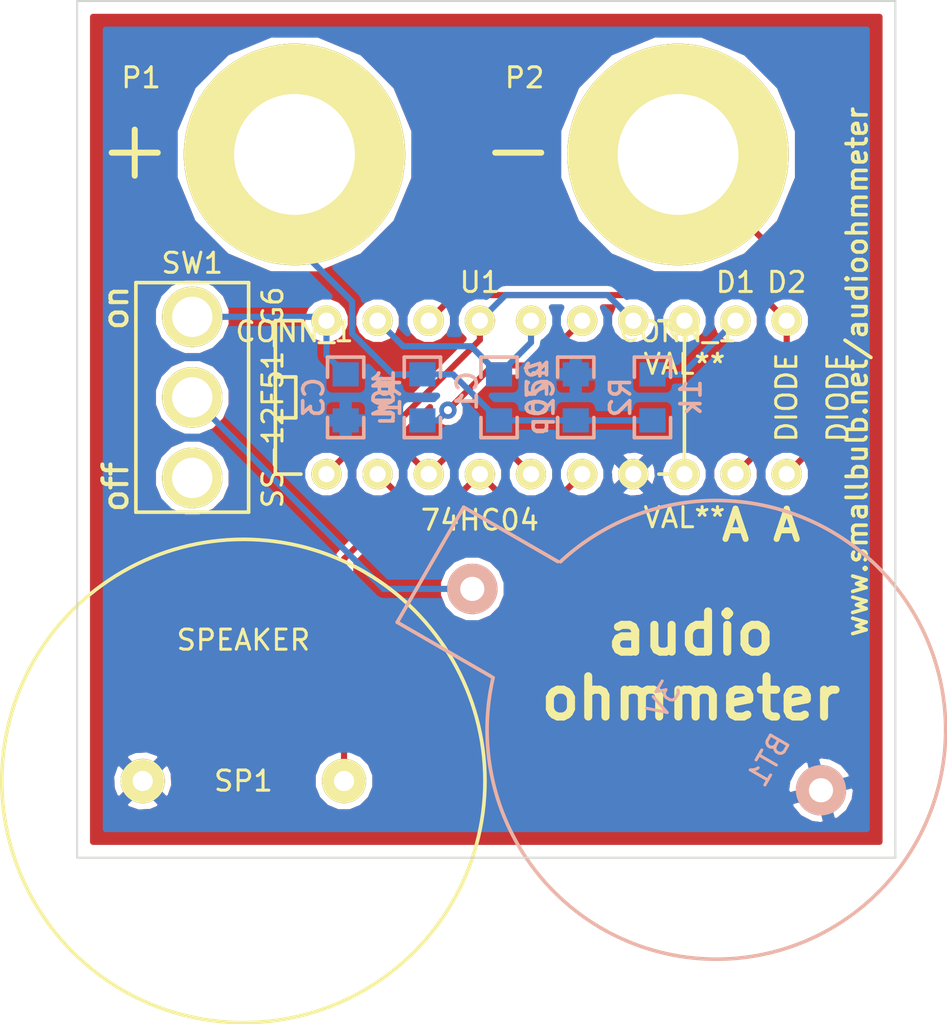
<source format=kicad_pcb>
(kicad_pcb (version 3) (host pcbnew "(2014-01-30 BZR 4648)-product")

  (general
    (links 25)
    (no_connects 0)
    (area 98.095199 55.829999 142.925001 107.009801)
    (thickness 1.6)
    (drawings 12)
    (tracks 56)
    (zones 0)
    (modules 15)
    (nets 12)
  )

  (page A4)
  (layers
    (15 F.Cu signal)
    (0 B.Cu signal)
    (16 B.Adhes user)
    (17 F.Adhes user)
    (18 B.Paste user)
    (19 F.Paste user)
    (20 B.SilkS user)
    (21 F.SilkS user)
    (22 B.Mask user)
    (23 F.Mask user)
    (24 Dwgs.User user)
    (25 Cmts.User user)
    (26 Eco1.User user)
    (27 Eco2.User user)
    (28 Edge.Cuts user)
  )

  (setup
    (last_trace_width 0.3048)
    (trace_clearance 0.3048)
    (zone_clearance 0.3048)
    (zone_45_only no)
    (trace_min 0.3048)
    (segment_width 0.2)
    (edge_width 0.1)
    (via_size 0.86)
    (via_drill 0.4)
    (via_min_size 0.86)
    (via_min_drill 0.4)
    (uvia_size 0.508)
    (uvia_drill 0.127)
    (uvias_allowed no)
    (uvia_min_size 0.508)
    (uvia_min_drill 0.127)
    (pcb_text_width 0.3)
    (pcb_text_size 1.5 1.5)
    (mod_edge_width 0.18)
    (mod_text_size 1 1)
    (mod_text_width 0.15)
    (pad_size 11 11)
    (pad_drill 6)
    (pad_to_mask_clearance 0)
    (aux_axis_origin 102.235 98.425)
    (visible_elements FFFEFF7F)
    (pcbplotparams
      (layerselection 3178497)
      (usegerberextensions false)
      (excludeedgelayer true)
      (linewidth 0.150000)
      (plotframeref false)
      (viasonmask false)
      (mode 1)
      (useauxorigin false)
      (hpglpennumber 1)
      (hpglpenspeed 20)
      (hpglpendiameter 15)
      (hpglpenoverlay 2)
      (psnegative false)
      (psa4output false)
      (plotreference true)
      (plotvalue true)
      (plotothertext true)
      (plotinvisibletext false)
      (padsonsilk false)
      (subtractmaskfromsilk false)
      (outputformat 5)
      (mirror false)
      (drillshape 1)
      (scaleselection 1)
      (outputdirectory /tmp))
  )

  (net 0 "")
  (net 1 GND)
  (net 2 "Net-(BT1-Pad1)")
  (net 3 "Net-(C1-Pad1)")
  (net 4 "Net-(C1-Pad2)")
  (net 5 "Net-(D1-Pad1)")
  (net 6 "Net-(D1-Pad2)")
  (net 7 "Net-(D2-Pad1)")
  (net 8 "Net-(R1-Pad1)")
  (net 9 "Net-(SP1-Pad1)")
  (net 10 "Net-(U1-Pad1)")
  (net 11 VCC)

  (net_class Default "This is the default net class."
    (clearance 0.3048)
    (trace_width 0.3048)
    (via_dia 0.86)
    (via_drill 0.4)
    (uvia_dia 0.508)
    (uvia_drill 0.127)
    (add_net "")
    (add_net GND)
    (add_net "Net-(BT1-Pad1)")
    (add_net "Net-(C1-Pad1)")
    (add_net "Net-(C1-Pad2)")
    (add_net "Net-(D1-Pad1)")
    (add_net "Net-(D1-Pad2)")
    (add_net "Net-(D2-Pad1)")
    (add_net "Net-(R1-Pad1)")
    (add_net "Net-(SP1-Pad1)")
    (add_net "Net-(U1-Pad1)")
    (add_net VCC)
  )

  (module ds:jack_banana_female (layer F.Cu) (tedit 530870A8) (tstamp 53086937)
    (at 113.03 63.5)
    (path /52F1618A)
    (fp_text reference P1 (at -7.62 -3.81) (layer F.SilkS)
      (effects (font (size 1 1) (thickness 0.15)))
    )
    (fp_text value CONN_1 (at 0 8.8) (layer F.SilkS)
      (effects (font (size 1 1) (thickness 0.15)))
    )
    (pad 1 thru_hole circle (at 0 0) (size 11 11) (drill 6) (layers *.Cu *.Mask F.SilkS)
      (net 4 "Net-(C1-Pad2)"))
  )

  (module ds:jack_banana_female (layer F.Cu) (tedit 530870AF) (tstamp 5308693D)
    (at 132.08 63.5)
    (path /52F1616E)
    (fp_text reference P2 (at -7.62 -3.81) (layer F.SilkS)
      (effects (font (size 1 1) (thickness 0.15)))
    )
    (fp_text value CONN_1 (at 0 8.8) (layer F.SilkS)
      (effects (font (size 1 1) (thickness 0.15)))
    )
    (pad 1 thru_hole circle (at 0 0) (size 11 11) (drill 6) (layers *.Cu *.Mask F.SilkS)
      (net 7 "Net-(D2-Pad1)"))
  )

  (module ds:switch_4mm (layer F.Cu) (tedit 530869F7) (tstamp 53086931)
    (at 107.95 75.565 90)
    (path /52F15DBB)
    (fp_text reference SW1 (at 6.6675 0 180) (layer F.SilkS)
      (effects (font (size 1 1) (thickness 0.15)))
    )
    (fp_text value SS-12F51-G6 (at 0 4 90) (layer F.SilkS)
      (effects (font (size 1 1) (thickness 0.15)))
    )
    (fp_line (start 5.7 2.8) (end -5.7 2.8) (layer F.SilkS) (width 0.18))
    (fp_line (start -5.7 -2.8) (end 5.7 -2.8) (layer F.SilkS) (width 0.18))
    (fp_line (start 5.7 -2.8) (end 5.7 2.8) (layer F.SilkS) (width 0.18))
    (fp_line (start -5.7 -2.8) (end -5.7 2.8) (layer F.SilkS) (width 0.18))
    (pad 1 thru_hole circle (at -4 0 90) (size 3 3) (drill 2) (layers *.Cu *.Mask F.SilkS))
    (pad 2 thru_hole circle (at 0 0 90) (size 3 3) (drill 2) (layers *.Cu *.Mask F.SilkS)
      (net 2 "Net-(BT1-Pad1)"))
    (pad 3 thru_hole circle (at 4 0 90) (size 3 3) (drill 2) (layers *.Cu *.Mask F.SilkS)
      (net 11 VCC))
  )

  (module ds:sm0805 (layer B.Cu) (tedit 53086D83) (tstamp 53066471)
    (at 127 75.565 90)
    (path /53064F1E)
    (attr smd)
    (fp_text reference C2 (at 0 -1.5875 90) (layer B.SilkS)
      (effects (font (size 1 1) (thickness 0.18)) (justify mirror))
    )
    (fp_text value 470p (at 0 -1.905 90) (layer B.SilkS)
      (effects (font (size 1 1) (thickness 0.18)) (justify mirror))
    )
    (fp_line (start 1 0.9) (end 2 0.9) (layer B.SilkS) (width 0.18))
    (fp_line (start 2 0.9) (end 2 -0.9) (layer B.SilkS) (width 0.18))
    (fp_line (start 2 -0.9) (end 1 -0.9) (layer B.SilkS) (width 0.18))
    (fp_line (start -1 0.9) (end -2 0.9) (layer B.SilkS) (width 0.18))
    (fp_line (start -2 0.9) (end -2 -0.9) (layer B.SilkS) (width 0.18))
    (fp_line (start -2 -0.9) (end -1 -0.9) (layer B.SilkS) (width 0.18))
    (pad 1 smd rect (at -1.143 0 90) (size 1.2 1.3) (layers B.Cu B.Paste B.Mask)
      (net 4 "Net-(C1-Pad2)"))
    (pad 2 smd rect (at 1.143 0 90) (size 1.2 1.3) (layers B.Cu B.Paste B.Mask)
      (net 1 GND))
    (model smd/chip_cms.wrl
      (at (xyz 0 0 0))
      (scale (xyz 0.1 0.1 0.1))
      (rotate (xyz 0 0 0))
    )
  )

  (module ds:2pin (layer F.Cu) (tedit 5307ABAA) (tstamp 53066477)
    (at 134.9375 75.565 90)
    (path /53064F4A)
    (fp_text reference D1 (at 5.715 0 180) (layer F.SilkS)
      (effects (font (size 1 1) (thickness 0.15)))
    )
    (fp_text value DIODE (at 0 2.54 90) (layer F.SilkS)
      (effects (font (size 1 1) (thickness 0.15)))
    )
    (pad 1 thru_hole circle (at -3.81 0 90) (size 1.5 1.5) (drill 0.8) (layers *.Cu *.Mask F.SilkS)
      (net 5 "Net-(D1-Pad1)"))
    (pad 2 thru_hole circle (at 3.81 0 90) (size 1.5 1.5) (drill 0.8) (layers *.Cu *.Mask F.SilkS)
      (net 6 "Net-(D1-Pad2)"))
  )

  (module ds:2pin (layer F.Cu) (tedit 5307ABB1) (tstamp 5306647D)
    (at 137.4775 75.565 90)
    (path /53064F7A)
    (fp_text reference D2 (at 5.715 0 180) (layer F.SilkS)
      (effects (font (size 1 1) (thickness 0.15)))
    )
    (fp_text value DIODE (at 0 2.54 90) (layer F.SilkS)
      (effects (font (size 1 1) (thickness 0.15)))
    )
    (pad 1 thru_hole circle (at -3.81 0 90) (size 1.5 1.5) (drill 0.8) (layers *.Cu *.Mask F.SilkS)
      (net 7 "Net-(D2-Pad1)"))
    (pad 2 thru_hole circle (at 3.81 0 90) (size 1.5 1.5) (drill 0.8) (layers *.Cu *.Mask F.SilkS)
      (net 5 "Net-(D1-Pad1)"))
  )

  (module ds:sm0805 (layer B.Cu) (tedit 53086D85) (tstamp 53066495)
    (at 119.38 75.565 90)
    (path /53064EF5)
    (attr smd)
    (fp_text reference R1 (at 0 -1.5875 90) (layer B.SilkS)
      (effects (font (size 1 1) (thickness 0.18)) (justify mirror))
    )
    (fp_text value 1M (at 0 -1.905 90) (layer B.SilkS)
      (effects (font (size 1 1) (thickness 0.18)) (justify mirror))
    )
    (fp_line (start 1 0.9) (end 2 0.9) (layer B.SilkS) (width 0.18))
    (fp_line (start 2 0.9) (end 2 -0.9) (layer B.SilkS) (width 0.18))
    (fp_line (start 2 -0.9) (end 1 -0.9) (layer B.SilkS) (width 0.18))
    (fp_line (start -1 0.9) (end -2 0.9) (layer B.SilkS) (width 0.18))
    (fp_line (start -2 0.9) (end -2 -0.9) (layer B.SilkS) (width 0.18))
    (fp_line (start -2 -0.9) (end -1 -0.9) (layer B.SilkS) (width 0.18))
    (pad 1 smd rect (at -1.143 0 90) (size 1.2 1.3) (layers B.Cu B.Paste B.Mask)
      (net 8 "Net-(R1-Pad1)"))
    (pad 2 smd rect (at 1.143 0 90) (size 1.2 1.3) (layers B.Cu B.Paste B.Mask)
      (net 4 "Net-(C1-Pad2)"))
    (model smd/chip_cms.wrl
      (at (xyz 0 0 0))
      (scale (xyz 0.1 0.1 0.1))
      (rotate (xyz 0 0 0))
    )
  )

  (module ds:sm0805 (layer B.Cu) (tedit 53086D78) (tstamp 530664A1)
    (at 130.81 75.565 270)
    (path /53064F3D)
    (attr smd)
    (fp_text reference R2 (at 0 1.5875 270) (layer B.SilkS)
      (effects (font (size 1 1) (thickness 0.18)) (justify mirror))
    )
    (fp_text value 1k (at 0 -1.905 270) (layer B.SilkS)
      (effects (font (size 1 1) (thickness 0.18)) (justify mirror))
    )
    (fp_line (start 1 0.9) (end 2 0.9) (layer B.SilkS) (width 0.18))
    (fp_line (start 2 0.9) (end 2 -0.9) (layer B.SilkS) (width 0.18))
    (fp_line (start 2 -0.9) (end 1 -0.9) (layer B.SilkS) (width 0.18))
    (fp_line (start -1 0.9) (end -2 0.9) (layer B.SilkS) (width 0.18))
    (fp_line (start -2 0.9) (end -2 -0.9) (layer B.SilkS) (width 0.18))
    (fp_line (start -2 -0.9) (end -1 -0.9) (layer B.SilkS) (width 0.18))
    (pad 1 smd rect (at -1.143 0 270) (size 1.2 1.3) (layers B.Cu B.Paste B.Mask)
      (net 6 "Net-(D1-Pad2)"))
    (pad 2 smd rect (at 1.143 0 270) (size 1.2 1.3) (layers B.Cu B.Paste B.Mask)
      (net 4 "Net-(C1-Pad2)"))
    (model smd/chip_cms.wrl
      (at (xyz 0 0 0))
      (scale (xyz 0.1 0.1 0.1))
      (rotate (xyz 0 0 0))
    )
  )

  (module ds:dip14 (layer F.Cu) (tedit 5307AB86) (tstamp 530664C8)
    (at 122.2375 75.565)
    (path /53064C69)
    (fp_text reference U1 (at 0 -5.715) (layer F.SilkS)
      (effects (font (size 1 1) (thickness 0.15)))
    )
    (fp_text value 74HC04 (at 0 6.096) (layer F.SilkS)
      (effects (font (size 1 1) (thickness 0.15)))
    )
    (fp_line (start -10.16 -1.016) (end -9.144 -1.016) (layer F.SilkS) (width 0.18))
    (fp_line (start -9.144 -1.016) (end -9.144 1.016) (layer F.SilkS) (width 0.18))
    (fp_line (start -9.144 1.016) (end -10.16 1.016) (layer F.SilkS) (width 0.18))
    (fp_line (start 8.89 -3.81) (end 10.16 -3.81) (layer F.SilkS) (width 0.18))
    (fp_line (start 10.16 -3.81) (end 10.16 3.81) (layer F.SilkS) (width 0.18))
    (fp_line (start 10.16 3.81) (end 8.89 3.81) (layer F.SilkS) (width 0.18))
    (fp_line (start -8.89 -3.81) (end -10.16 -3.81) (layer F.SilkS) (width 0.18))
    (fp_line (start -10.16 -3.81) (end -10.16 3.81) (layer F.SilkS) (width 0.18))
    (fp_line (start -10.16 3.81) (end -8.89 3.81) (layer F.SilkS) (width 0.18))
    (pad 11 thru_hole circle (at 0 -3.81) (size 1.5 1.5) (drill 0.8) (layers *.Cu *.Mask F.SilkS)
      (net 10 "Net-(U1-Pad1)"))
    (pad 12 thru_hole circle (at -2.54 -3.81) (size 1.5 1.5) (drill 0.8) (layers *.Cu *.Mask F.SilkS)
      (net 5 "Net-(D1-Pad1)"))
    (pad 13 thru_hole circle (at -5.08 -3.81) (size 1.5 1.5) (drill 0.8) (layers *.Cu *.Mask F.SilkS)
      (net 3 "Net-(C1-Pad1)"))
    (pad 14 thru_hole circle (at -7.62 -3.81) (size 1.5 1.5) (drill 0.8) (layers *.Cu *.Mask F.SilkS)
      (net 11 VCC))
    (pad 10 thru_hole circle (at 2.54 -3.81) (size 1.5 1.5) (drill 0.8) (layers *.Cu *.Mask F.SilkS)
      (net 3 "Net-(C1-Pad1)"))
    (pad 9 thru_hole circle (at 5.08 -3.81) (size 1.5 1.5) (drill 0.8) (layers *.Cu *.Mask F.SilkS)
      (net 8 "Net-(R1-Pad1)"))
    (pad 8 thru_hole circle (at 7.62 -3.81) (size 1.5 1.5) (drill 0.8) (layers *.Cu *.Mask F.SilkS)
      (net 10 "Net-(U1-Pad1)"))
    (pad 1 thru_hole circle (at -7.62 3.81) (size 1.5 1.5) (drill 0.8) (layers *.Cu *.Mask F.SilkS)
      (net 10 "Net-(U1-Pad1)"))
    (pad 2 thru_hole circle (at -5.08 3.81) (size 1.5 1.5) (drill 0.8) (layers *.Cu *.Mask F.SilkS)
      (net 9 "Net-(SP1-Pad1)"))
    (pad 3 thru_hole circle (at -2.54 3.81) (size 1.5 1.5) (drill 0.8) (layers *.Cu *.Mask F.SilkS)
      (net 10 "Net-(U1-Pad1)"))
    (pad 4 thru_hole circle (at 0 3.81) (size 1.5 1.5) (drill 0.8) (layers *.Cu *.Mask F.SilkS)
      (net 9 "Net-(SP1-Pad1)"))
    (pad 5 thru_hole circle (at 2.54 3.81) (size 1.5 1.5) (drill 0.8) (layers *.Cu *.Mask F.SilkS)
      (net 10 "Net-(U1-Pad1)"))
    (pad 6 thru_hole circle (at 5.08 3.81) (size 1.5 1.5) (drill 0.8) (layers *.Cu *.Mask F.SilkS)
      (net 9 "Net-(SP1-Pad1)"))
    (pad 7 thru_hole circle (at 7.62 3.81) (size 1.5 1.5) (drill 0.8) (layers *.Cu *.Mask F.SilkS)
      (net 1 GND))
  )

  (module ds:sm0805 (layer B.Cu) (tedit 5311DADB) (tstamp 5307A610)
    (at 123.19 75.565 270)
    (path /53064F07)
    (attr smd)
    (fp_text reference C1 (at -0.3175 1.5875 270) (layer B.SilkS)
      (effects (font (size 1 1) (thickness 0.18)) (justify mirror))
    )
    (fp_text value 220n (at 0 -1.905 270) (layer B.SilkS)
      (effects (font (size 1 1) (thickness 0.18)) (justify mirror))
    )
    (fp_line (start 1 0.9) (end 2 0.9) (layer B.SilkS) (width 0.18))
    (fp_line (start 2 0.9) (end 2 -0.9) (layer B.SilkS) (width 0.18))
    (fp_line (start 2 -0.9) (end 1 -0.9) (layer B.SilkS) (width 0.18))
    (fp_line (start -1 0.9) (end -2 0.9) (layer B.SilkS) (width 0.18))
    (fp_line (start -2 0.9) (end -2 -0.9) (layer B.SilkS) (width 0.18))
    (fp_line (start -2 -0.9) (end -1 -0.9) (layer B.SilkS) (width 0.18))
    (pad 1 smd rect (at -1.143 0 270) (size 1.2 1.3) (layers B.Cu B.Paste B.Mask)
      (net 3 "Net-(C1-Pad1)"))
    (pad 2 smd rect (at 1.143 0 270) (size 1.2 1.3) (layers B.Cu B.Paste B.Mask)
      (net 4 "Net-(C1-Pad2)"))
    (model smd/chip_cms.wrl
      (at (xyz 0 0 0))
      (scale (xyz 0.1 0.1 0.1))
      (rotate (xyz 0 0 0))
    )
  )

  (module ds:sm0805 (layer B.Cu) (tedit 53086D89) (tstamp 5307A626)
    (at 115.57 75.565 270)
    (path /53064D2A)
    (attr smd)
    (fp_text reference C3 (at 0 1.5875 270) (layer B.SilkS)
      (effects (font (size 1 1) (thickness 0.18)) (justify mirror))
    )
    (fp_text value 10u (at 0 -1.905 270) (layer B.SilkS)
      (effects (font (size 1 1) (thickness 0.18)) (justify mirror))
    )
    (fp_line (start 1 0.9) (end 2 0.9) (layer B.SilkS) (width 0.18))
    (fp_line (start 2 0.9) (end 2 -0.9) (layer B.SilkS) (width 0.18))
    (fp_line (start 2 -0.9) (end 1 -0.9) (layer B.SilkS) (width 0.18))
    (fp_line (start -1 0.9) (end -2 0.9) (layer B.SilkS) (width 0.18))
    (fp_line (start -2 0.9) (end -2 -0.9) (layer B.SilkS) (width 0.18))
    (fp_line (start -2 -0.9) (end -1 -0.9) (layer B.SilkS) (width 0.18))
    (pad 1 smd rect (at -1.143 0 270) (size 1.2 1.3) (layers B.Cu B.Paste B.Mask)
      (net 11 VCC))
    (pad 2 smd rect (at 1.143 0 270) (size 1.2 1.3) (layers B.Cu B.Paste B.Mask)
      (net 1 GND))
    (model smd/chip_cms.wrl
      (at (xyz 0 0 0))
      (scale (xyz 0.1 0.1 0.1))
      (rotate (xyz 0 0 0))
    )
  )

  (module ds:buzzer_10_24 (layer F.Cu) (tedit 5307B049) (tstamp 530867A8)
    (at 110.49 94.615 180)
    (path /52F15DF0)
    (fp_text reference SP1 (at 0 0 180) (layer F.SilkS)
      (effects (font (size 1 1) (thickness 0.15)))
    )
    (fp_text value SPEAKER (at 0 7 180) (layer F.SilkS)
      (effects (font (size 1 1) (thickness 0.15)))
    )
    (fp_circle (center 0 0) (end 12 0) (layer F.SilkS) (width 0.18))
    (pad 1 thru_hole circle (at -5 0 180) (size 2.2 2.2) (drill 1) (layers *.Cu *.Mask F.SilkS)
      (net 9 "Net-(SP1-Pad1)"))
    (pad 2 thru_hole circle (at 5 0 180) (size 2.2 2.2) (drill 1) (layers *.Cu *.Mask F.SilkS)
      (net 1 GND))
  )

  (module ds:1pin (layer F.Cu) (tedit 5307AB3E) (tstamp 5307AAEF)
    (at 132.3975 71.755)
    (fp_text reference 1pin (at 0 -2.3495) (layer F.SilkS) hide
      (effects (font (size 1 1) (thickness 0.15)))
    )
    (fp_text value VAL** (at 0 2.159) (layer F.SilkS)
      (effects (font (size 1 1) (thickness 0.15)))
    )
    (pad 1 thru_hole circle (at 0 0) (size 1.5 1.5) (drill 0.8) (layers *.Cu *.Mask F.SilkS))
  )

  (module ds:1pin (layer F.Cu) (tedit 5307AB51) (tstamp 5307AB50)
    (at 132.3975 79.375)
    (fp_text reference 1pin (at 0 -2.3495) (layer F.SilkS) hide
      (effects (font (size 1 1) (thickness 0.15)))
    )
    (fp_text value VAL** (at 0 2.159) (layer F.SilkS)
      (effects (font (size 1 1) (thickness 0.15)))
    )
    (pad 1 thru_hole circle (at 0 0) (size 1.5 1.5) (drill 0.8) (layers *.Cu *.Mask F.SilkS))
  )

  (module ds:battery_ch25_2032 (layer B.Cu) (tedit 53086ACA) (tstamp 53086AC4)
    (at 133.985 92.075 60)
    (path /52F15DD2)
    (fp_text reference BT1 (at 0 3 60) (layer B.SilkS)
      (effects (font (size 1 1) (thickness 0.15)) (justify mirror))
    )
    (fp_text value 3V (at 0 -3 60) (layer B.SilkS)
      (effects (font (size 1 1) (thickness 0.15)) (justify mirror))
    )
    (fp_arc (start 0 0) (end -3.3 -10.9) (angle -326) (layer B.SilkS) (width 0.18))
    (fp_line (start 3.3 -16.4) (end 3.3 -11) (layer B.SilkS) (width 0.18))
    (fp_line (start -3.3 -16.4) (end -3.3 -11) (layer B.SilkS) (width 0.18))
    (fp_line (start -3.3 -16.4) (end 3.3 -16.4) (layer B.SilkS) (width 0.18))
    (pad 2 thru_hole circle (at 0 6 60) (size 2.5 2.5) (drill 1.2) (layers *.Cu *.Mask B.SilkS)
      (net 1 GND))
    (pad 1 thru_hole circle (at 0 -14 60) (size 2.5 2.5) (drill 1.2) (layers *.Cu *.Mask B.SilkS)
      (net 2 "Net-(BT1-Pad1)"))
  )

  (gr_text - (at 124.1425 63.1825) (layer F.SilkS)
    (effects (font (size 3 3) (thickness 0.3)))
  )
  (gr_text + (at 105.0925 63.1825) (layer F.SilkS)
    (effects (font (size 3 3) (thickness 0.3)))
  )
  (gr_text A (at 134.9375 81.915) (layer F.SilkS)
    (effects (font (size 1.5 1.5) (thickness 0.3)))
  )
  (gr_text A (at 137.4775 81.915) (layer F.SilkS)
    (effects (font (size 1.5 1.5) (thickness 0.3)))
  )
  (gr_text www.smallbulb.net/audioohmmeter (at 140.97 74.295 90) (layer F.SilkS)
    (effects (font (size 1 1) (thickness 0.18)))
  )
  (gr_text "audio\nohmmeter" (at 132.715 88.9) (layer F.SilkS)
    (effects (font (size 2 2) (thickness 0.4)))
  )
  (gr_text off (at 104.14 80.01 90) (layer F.SilkS)
    (effects (font (size 1.2 1.2) (thickness 0.2)))
  )
  (gr_text on (at 104.14 71.12 90) (layer F.SilkS)
    (effects (font (size 1.2 1.2) (thickness 0.2)))
  )
  (gr_line (start 142.875 55.88) (end 102.235 55.88) (angle 90) (layer Edge.Cuts) (width 0.1))
  (gr_line (start 142.875 98.425) (end 142.875 55.88) (angle 90) (layer Edge.Cuts) (width 0.1))
  (gr_line (start 102.235 98.425) (end 142.875 98.425) (angle 90) (layer Edge.Cuts) (width 0.1))
  (gr_line (start 102.235 55.88) (end 102.235 98.425) (angle 90) (layer Edge.Cuts) (width 0.1))

  (segment (start 107.95 75.565) (end 117.46 85.075) (width 0.3048) (layer B.Cu) (net 2))
  (segment (start 117.46 85.075) (end 121.860644 85.075) (width 0.3048) (layer B.Cu) (net 2) (tstamp 53086ED2))
  (segment (start 117.1575 71.755) (end 118.4275 73.025) (width 0.3048) (layer B.Cu) (net 3))
  (segment (start 121.793 73.025) (end 123.19 74.422) (width 0.3048) (layer B.Cu) (net 3) (tstamp 5311DA22))
  (segment (start 118.4275 73.025) (end 121.793 73.025) (width 0.3048) (layer B.Cu) (net 3) (tstamp 5311DA1C))
  (segment (start 123.19 74.422) (end 124.7775 72.8345) (width 0.3048) (layer B.Cu) (net 3))
  (segment (start 124.7775 72.8345) (end 124.7775 71.755) (width 0.3048) (layer B.Cu) (net 3) (tstamp 53086F1A))
  (segment (start 123.19 76.708) (end 120.904 74.422) (width 0.3048) (layer B.Cu) (net 4))
  (segment (start 120.904 74.422) (end 119.38 74.422) (width 0.3048) (layer B.Cu) (net 4) (tstamp 53086F2D))
  (segment (start 127 76.708) (end 123.19 76.708) (width 0.3048) (layer B.Cu) (net 4))
  (segment (start 113.03 63.5) (end 113.03 67.945) (width 0.3048) (layer B.Cu) (net 4) (status 10))
  (segment (start 113.03 67.945) (end 115.8875 70.8025) (width 0.3048) (layer B.Cu) (net 4) (tstamp 53086E1D))
  (segment (start 115.8875 70.8025) (end 115.8875 72.39) (width 0.3048) (layer B.Cu) (net 4) (tstamp 53086E1F))
  (segment (start 115.8875 72.39) (end 117.9195 74.422) (width 0.3048) (layer B.Cu) (net 4) (tstamp 53086E21))
  (segment (start 117.9195 74.422) (end 119.38 74.422) (width 0.3048) (layer B.Cu) (net 4) (tstamp 53086E22))
  (segment (start 127 76.708) (end 130.81 76.708) (width 0.3048) (layer B.Cu) (net 4) (tstamp 53086E10))
  (segment (start 119.6975 71.755) (end 120.9675 70.485) (width 0.3048) (layer F.Cu) (net 5))
  (segment (start 136.2075 70.485) (end 137.4775 71.755) (width 0.3048) (layer F.Cu) (net 5) (tstamp 5311DA49))
  (segment (start 120.9675 70.485) (end 136.2075 70.485) (width 0.3048) (layer F.Cu) (net 5) (tstamp 5311DA43))
  (segment (start 134.9375 79.375) (end 137.4775 76.835) (width 0.3048) (layer F.Cu) (net 5))
  (segment (start 137.4775 76.835) (end 137.4775 71.755) (width 0.3048) (layer F.Cu) (net 5) (tstamp 53086E6D))
  (segment (start 130.81 74.422) (end 132.2705 74.422) (width 0.3048) (layer B.Cu) (net 6))
  (segment (start 132.2705 74.422) (end 134.9375 71.755) (width 0.3048) (layer B.Cu) (net 6) (tstamp 53086E13))
  (segment (start 137.4775 79.375) (end 139.065 77.7875) (width 0.3048) (layer F.Cu) (net 7))
  (segment (start 139.065 70.485) (end 132.08 63.5) (width 0.3048) (layer F.Cu) (net 7) (tstamp 53086EB9) (status 20))
  (segment (start 139.065 77.7875) (end 139.065 70.485) (width 0.3048) (layer F.Cu) (net 7) (tstamp 53086EB4))
  (segment (start 119.38 76.708) (end 120.142 76.708) (width 0.3048) (layer B.Cu) (net 8))
  (segment (start 125.095 73.9775) (end 127.3175 71.755) (width 0.3048) (layer F.Cu) (net 8) (tstamp 53086E2B))
  (segment (start 122.8725 73.9775) (end 125.095 73.9775) (width 0.3048) (layer F.Cu) (net 8) (tstamp 53086E29))
  (segment (start 120.65 76.2) (end 122.8725 73.9775) (width 0.3048) (layer F.Cu) (net 8) (tstamp 53086E28))
  (via (at 120.65 76.2) (size 0.86) (layers F.Cu B.Cu) (net 8))
  (segment (start 120.142 76.708) (end 120.65 76.2) (width 0.3048) (layer B.Cu) (net 8) (tstamp 53086E26))
  (segment (start 118.4275 80.645) (end 115.49 83.5825) (width 0.3048) (layer F.Cu) (net 9))
  (segment (start 115.49 83.5825) (end 115.49 94.615) (width 0.3048) (layer F.Cu) (net 9) (tstamp 53086EBF))
  (segment (start 117.1575 79.375) (end 118.4275 80.645) (width 0.3048) (layer F.Cu) (net 9))
  (segment (start 120.9675 80.645) (end 122.2375 79.375) (width 0.3048) (layer F.Cu) (net 9) (tstamp 53086E3D))
  (segment (start 118.4275 80.645) (end 120.9675 80.645) (width 0.3048) (layer F.Cu) (net 9) (tstamp 53086E3C))
  (segment (start 122.2375 79.375) (end 123.5075 80.645) (width 0.3048) (layer F.Cu) (net 9) (tstamp 53086E3F))
  (segment (start 123.5075 80.645) (end 126.0475 80.645) (width 0.3048) (layer F.Cu) (net 9) (tstamp 53086E40))
  (segment (start 126.0475 80.645) (end 127.3175 79.375) (width 0.3048) (layer F.Cu) (net 9) (tstamp 53086E41))
  (segment (start 122.2375 71.755) (end 123.5075 70.485) (width 0.3048) (layer B.Cu) (net 10))
  (segment (start 128.5875 70.485) (end 129.8575 71.755) (width 0.3048) (layer B.Cu) (net 10) (tstamp 53086EAB))
  (segment (start 123.5075 70.485) (end 128.5875 70.485) (width 0.3048) (layer B.Cu) (net 10) (tstamp 53086EA8))
  (segment (start 119.6975 79.375) (end 120.9675 78.105) (width 0.3048) (layer F.Cu) (net 10))
  (segment (start 123.5075 78.105) (end 124.7775 79.375) (width 0.3048) (layer F.Cu) (net 10) (tstamp 53086E39))
  (segment (start 120.9675 78.105) (end 123.5075 78.105) (width 0.3048) (layer F.Cu) (net 10) (tstamp 53086E38))
  (segment (start 122.2375 71.755) (end 122.2375 72.7075) (width 0.3048) (layer F.Cu) (net 10))
  (segment (start 117.475 77.47) (end 117.475 78.105) (width 0.3048) (layer F.Cu) (net 10) (tstamp 53086E34))
  (segment (start 122.2375 72.7075) (end 117.475 77.47) (width 0.3048) (layer F.Cu) (net 10) (tstamp 53086E33))
  (segment (start 114.6175 79.375) (end 115.8875 78.105) (width 0.3048) (layer F.Cu) (net 10))
  (segment (start 118.4275 78.105) (end 119.6975 79.375) (width 0.3048) (layer F.Cu) (net 10) (tstamp 53086E30))
  (segment (start 115.8875 78.105) (end 117.475 78.105) (width 0.3048) (layer F.Cu) (net 10) (tstamp 53086E2F))
  (segment (start 117.475 78.105) (end 118.4275 78.105) (width 0.3048) (layer F.Cu) (net 10) (tstamp 53086E36))
  (segment (start 114.6175 71.755) (end 114.6175 73.4695) (width 0.3048) (layer B.Cu) (net 11))
  (segment (start 114.6175 73.4695) (end 115.57 74.422) (width 0.3048) (layer B.Cu) (net 11) (tstamp 53086E1B))
  (segment (start 107.95 71.565) (end 114.4275 71.565) (width 0.3048) (layer B.Cu) (net 11))

  (zone (net 1) (net_name GND) (layer F.Cu) (tstamp 5307AD37) (hatch edge 0.508)
    (connect_pads (clearance 0.3048))
    (min_thickness 0.3048)
    (fill (arc_segments 16) (thermal_gap 0.3048) (thermal_bridge_width 0.6096))
    (polygon
      (pts
        (xy 142.24 97.79) (xy 102.87 97.79) (xy 102.87 56.515) (xy 142.24 56.515)
      )
    )
    (filled_polygon
      (pts
        (xy 142.0876 97.6376) (xy 140.921545 97.6376) (xy 140.921545 95.045317) (xy 140.784613 94.80313) (xy 140.705725 94.824267)
        (xy 140.705725 94.508716) (xy 140.703218 94.23051) (xy 140.264186 93.712323) (xy 139.6746 93.408964) (xy 139.6746 77.7875)
        (xy 139.6746 70.485) (xy 139.628197 70.251716) (xy 139.496052 70.053948) (xy 136.723805 67.281701) (xy 137.127323 66.878888)
        (xy 138.036163 64.690159) (xy 138.038231 62.320238) (xy 137.133213 60.129926) (xy 135.458888 58.452677) (xy 133.270159 57.543837)
        (xy 130.900238 57.541769) (xy 128.709926 58.446787) (xy 127.032677 60.121112) (xy 126.123837 62.309841) (xy 126.121769 64.679762)
        (xy 127.026787 66.870074) (xy 128.701112 68.547323) (xy 130.889841 69.456163) (xy 133.259762 69.458231) (xy 135.450074 68.553213)
        (xy 135.860949 68.143053) (xy 138.4554 70.737504) (xy 138.4554 71.025878) (xy 138.162216 70.732183) (xy 137.71868 70.54801)
        (xy 137.238427 70.547591) (xy 137.163255 70.578651) (xy 136.638552 70.053948) (xy 136.440784 69.921803) (xy 136.2075 69.8754)
        (xy 120.9675 69.8754) (xy 120.734216 69.921803) (xy 120.536448 70.053948) (xy 120.011958 70.578437) (xy 119.93868 70.54801)
        (xy 119.458427 70.547591) (xy 119.01457 70.730989) (xy 118.988231 70.757282) (xy 118.988231 62.320238) (xy 118.083213 60.129926)
        (xy 116.408888 58.452677) (xy 114.220159 57.543837) (xy 111.850238 57.541769) (xy 109.659926 58.446787) (xy 107.982677 60.121112)
        (xy 107.073837 62.309841) (xy 107.071769 64.679762) (xy 107.976787 66.870074) (xy 109.651112 68.547323) (xy 111.839841 69.456163)
        (xy 114.209762 69.458231) (xy 116.400074 68.553213) (xy 118.077323 66.878888) (xy 118.986163 64.690159) (xy 118.988231 62.320238)
        (xy 118.988231 70.757282) (xy 118.674683 71.070284) (xy 118.49051 71.51382) (xy 118.490091 71.994073) (xy 118.673489 72.43793)
        (xy 119.012784 72.777817) (xy 119.45632 72.96199) (xy 119.936573 72.962409) (xy 120.38043 72.779011) (xy 120.720317 72.439716)
        (xy 120.90449 71.99618) (xy 120.904909 71.515927) (xy 120.873848 71.440755) (xy 121.193637 71.120966) (xy 121.03051 71.51382)
        (xy 121.030091 71.994073) (xy 121.213489 72.43793) (xy 121.429039 72.653856) (xy 118.364909 75.717986) (xy 118.364909 71.515927)
        (xy 118.181511 71.07207) (xy 117.842216 70.732183) (xy 117.39868 70.54801) (xy 116.918427 70.547591) (xy 116.47457 70.730989)
        (xy 116.134683 71.070284) (xy 115.95051 71.51382) (xy 115.950091 71.994073) (xy 116.133489 72.43793) (xy 116.472784 72.777817)
        (xy 116.91632 72.96199) (xy 117.396573 72.962409) (xy 117.84043 72.779011) (xy 118.180317 72.439716) (xy 118.36449 71.99618)
        (xy 118.364909 71.515927) (xy 118.364909 75.717986) (xy 117.043948 77.038948) (xy 116.911803 77.236716) (xy 116.8654 77.47)
        (xy 116.8654 77.4954) (xy 115.8875 77.4954) (xy 115.824909 77.50785) (xy 115.824909 71.515927) (xy 115.641511 71.07207)
        (xy 115.302216 70.732183) (xy 114.85868 70.54801) (xy 114.378427 70.547591) (xy 113.93457 70.730989) (xy 113.594683 71.070284)
        (xy 113.41051 71.51382) (xy 113.410091 71.994073) (xy 113.593489 72.43793) (xy 113.932784 72.777817) (xy 114.37632 72.96199)
        (xy 114.856573 72.962409) (xy 115.30043 72.779011) (xy 115.640317 72.439716) (xy 115.82449 71.99618) (xy 115.824909 71.515927)
        (xy 115.824909 77.50785) (xy 115.654216 77.541803) (xy 115.456448 77.673948) (xy 114.931958 78.198437) (xy 114.85868 78.16801)
        (xy 114.378427 78.167591) (xy 113.93457 78.350989) (xy 113.594683 78.690284) (xy 113.41051 79.13382) (xy 113.410091 79.614073)
        (xy 113.593489 80.05793) (xy 113.932784 80.397817) (xy 114.37632 80.58199) (xy 114.856573 80.582409) (xy 115.30043 80.399011)
        (xy 115.640317 80.059716) (xy 115.82449 79.61618) (xy 115.824909 79.135927) (xy 115.793848 79.060755) (xy 116.113637 78.740966)
        (xy 115.95051 79.13382) (xy 115.950091 79.614073) (xy 116.133489 80.05793) (xy 116.472784 80.397817) (xy 116.91632 80.58199)
        (xy 117.396573 80.582409) (xy 117.471744 80.551348) (xy 117.565395 80.644999) (xy 115.058948 83.151448) (xy 114.926803 83.349216)
        (xy 114.8804 83.5825) (xy 114.8804 93.181989) (xy 114.60907 93.294101) (xy 114.17064 93.731766) (xy 113.933071 94.303895)
        (xy 113.932531 94.923387) (xy 114.169101 95.49593) (xy 114.606766 95.93436) (xy 115.178895 96.171929) (xy 115.798387 96.172469)
        (xy 116.37093 95.935899) (xy 116.80936 95.498234) (xy 117.046929 94.926105) (xy 117.047469 94.306613) (xy 116.810899 93.73407)
        (xy 116.373234 93.29564) (xy 116.0996 93.182017) (xy 116.0996 83.835004) (xy 118.680004 81.2546) (xy 120.9675 81.2546)
        (xy 121.200784 81.208197) (xy 121.398552 81.076052) (xy 121.923041 80.551562) (xy 121.99632 80.58199) (xy 122.476573 80.582409)
        (xy 122.551744 80.551348) (xy 123.076448 81.076052) (xy 123.274216 81.208197) (xy 123.5075 81.2546) (xy 126.0475 81.2546)
        (xy 126.280784 81.208197) (xy 126.478552 81.076052) (xy 127.003041 80.551562) (xy 127.07632 80.58199) (xy 127.556573 80.582409)
        (xy 128.00043 80.399011) (xy 128.340317 80.059716) (xy 128.52449 79.61618) (xy 128.524909 79.135927) (xy 128.341511 78.69207)
        (xy 128.002216 78.352183) (xy 127.55868 78.16801) (xy 127.078427 78.167591) (xy 126.63457 78.350989) (xy 126.294683 78.690284)
        (xy 126.11051 79.13382) (xy 126.110091 79.614073) (xy 126.141151 79.689244) (xy 125.821362 80.009033) (xy 125.98449 79.61618)
        (xy 125.984909 79.135927) (xy 125.801511 78.69207) (xy 125.462216 78.352183) (xy 125.01868 78.16801) (xy 124.538427 78.167591)
        (xy 124.463255 78.198651) (xy 123.938552 77.673948) (xy 123.740784 77.541803) (xy 123.5075 77.4954) (xy 120.9675 77.4954)
        (xy 120.734216 77.541803) (xy 120.536448 77.673948) (xy 120.011958 78.198437) (xy 119.93868 78.16801) (xy 119.458427 78.167591)
        (xy 119.383255 78.198651) (xy 118.858552 77.673948) (xy 118.660784 77.541803) (xy 118.4275 77.4954) (xy 118.311704 77.4954)
        (xy 119.762936 76.044167) (xy 119.762647 76.375701) (xy 119.89743 76.701902) (xy 120.146786 76.951693) (xy 120.472751 77.087045)
        (xy 120.825701 77.087353) (xy 121.151902 76.95257) (xy 121.401693 76.703214) (xy 121.537045 76.377249) (xy 121.537221 76.174882)
        (xy 123.125004 74.5871) (xy 125.095 74.5871) (xy 125.328284 74.540697) (xy 125.526052 74.408552) (xy 127.003042 72.931562)
        (xy 127.07632 72.96199) (xy 127.556573 72.962409) (xy 128.00043 72.779011) (xy 128.340317 72.439716) (xy 128.52449 71.99618)
        (xy 128.524909 71.515927) (xy 128.35082 71.0946) (xy 128.824586 71.0946) (xy 128.65051 71.51382) (xy 128.650091 71.994073)
        (xy 128.833489 72.43793) (xy 129.172784 72.777817) (xy 129.61632 72.96199) (xy 130.096573 72.962409) (xy 130.54043 72.779011)
        (xy 130.880317 72.439716) (xy 131.06449 71.99618) (xy 131.064909 71.515927) (xy 130.89082 71.0946) (xy 131.364586 71.0946)
        (xy 131.19051 71.51382) (xy 131.190091 71.994073) (xy 131.373489 72.43793) (xy 131.712784 72.777817) (xy 132.15632 72.96199)
        (xy 132.636573 72.962409) (xy 133.08043 72.779011) (xy 133.420317 72.439716) (xy 133.60449 71.99618) (xy 133.604909 71.515927)
        (xy 133.43082 71.0946) (xy 133.904586 71.0946) (xy 133.73051 71.51382) (xy 133.730091 71.994073) (xy 133.913489 72.43793)
        (xy 134.252784 72.777817) (xy 134.69632 72.96199) (xy 135.176573 72.962409) (xy 135.62043 72.779011) (xy 135.960317 72.439716)
        (xy 136.14449 71.99618) (xy 136.144909 71.515927) (xy 135.981962 71.121566) (xy 136.300937 71.440541) (xy 136.27051 71.51382)
        (xy 136.270091 71.994073) (xy 136.453489 72.43793) (xy 136.792784 72.777817) (xy 136.8679 72.809008) (xy 136.8679 76.582495)
        (xy 135.251957 78.198437) (xy 135.17868 78.16801) (xy 134.698427 78.167591) (xy 134.25457 78.350989) (xy 133.914683 78.690284)
        (xy 133.73051 79.13382) (xy 133.730091 79.614073) (xy 133.913489 80.05793) (xy 134.252784 80.397817) (xy 134.69632 80.58199)
        (xy 135.176573 80.582409) (xy 135.62043 80.399011) (xy 135.960317 80.059716) (xy 136.14449 79.61618) (xy 136.144909 79.135927)
        (xy 136.113848 79.060755) (xy 136.433637 78.740966) (xy 136.27051 79.13382) (xy 136.270091 79.614073) (xy 136.453489 80.05793)
        (xy 136.792784 80.397817) (xy 137.23632 80.58199) (xy 137.716573 80.582409) (xy 138.16043 80.399011) (xy 138.500317 80.059716)
        (xy 138.68449 79.61618) (xy 138.684909 79.135927) (xy 138.653848 79.060755) (xy 139.496052 78.218552) (xy 139.628197 78.020784)
        (xy 139.6746 77.7875) (xy 139.6746 93.408964) (xy 139.660271 93.401592) (xy 139.151469 93.334607) (xy 138.909282 93.471539)
        (xy 139.288915 94.888349) (xy 140.705725 94.508716) (xy 140.705725 94.824267) (xy 139.367803 95.182763) (xy 139.747436 96.599573)
        (xy 140.025642 96.597066) (xy 140.543829 96.158034) (xy 140.85456 95.554119) (xy 140.921545 95.045317) (xy 140.921545 97.6376)
        (xy 139.453022 97.6376) (xy 139.453022 96.678461) (xy 139.073389 95.261651) (xy 138.994501 95.282788) (xy 138.994501 94.967237)
        (xy 138.614868 93.550427) (xy 138.336662 93.552934) (xy 137.818475 93.991966) (xy 137.507744 94.595881) (xy 137.440759 95.104683)
        (xy 137.577691 95.34687) (xy 138.994501 94.967237) (xy 138.994501 95.282788) (xy 137.656579 95.641284) (xy 137.659086 95.91949)
        (xy 138.098118 96.437677) (xy 138.702033 96.748408) (xy 139.210835 96.815393) (xy 139.453022 96.678461) (xy 139.453022 97.6376)
        (xy 133.604909 97.6376) (xy 133.604909 79.135927) (xy 133.421511 78.69207) (xy 133.082216 78.352183) (xy 132.63868 78.16801)
        (xy 132.158427 78.167591) (xy 131.71457 78.350989) (xy 131.374683 78.690284) (xy 131.19051 79.13382) (xy 131.190091 79.614073)
        (xy 131.373489 80.05793) (xy 131.712784 80.397817) (xy 132.15632 80.58199) (xy 132.636573 80.582409) (xy 133.08043 80.399011)
        (xy 133.420317 80.059716) (xy 133.60449 79.61618) (xy 133.604909 79.135927) (xy 133.604909 97.6376) (xy 131.080709 97.6376)
        (xy 131.080709 79.511936) (xy 131.040001 79.03341) (xy 130.935194 78.780385) (xy 130.747394 78.700632) (xy 130.531868 78.916158)
        (xy 130.531868 78.485106) (xy 130.452115 78.297306) (xy 129.994436 78.151791) (xy 129.51591 78.192499) (xy 129.262885 78.297306)
        (xy 129.183132 78.485106) (xy 129.8575 79.159474) (xy 130.531868 78.485106) (xy 130.531868 78.916158) (xy 130.073026 79.375)
        (xy 130.747394 80.049368) (xy 130.935194 79.969615) (xy 131.080709 79.511936) (xy 131.080709 97.6376) (xy 130.531868 97.6376)
        (xy 130.531868 80.264894) (xy 129.8575 79.590526) (xy 129.641974 79.806052) (xy 129.641974 79.375) (xy 128.967606 78.700632)
        (xy 128.779806 78.780385) (xy 128.634291 79.238064) (xy 128.674999 79.71659) (xy 128.779806 79.969615) (xy 128.967606 80.049368)
        (xy 129.641974 79.375) (xy 129.641974 79.806052) (xy 129.183132 80.264894) (xy 129.262885 80.452694) (xy 129.720564 80.598209)
        (xy 130.19909 80.557501) (xy 130.452115 80.452694) (xy 130.531868 80.264894) (xy 130.531868 97.6376) (xy 123.56814 97.6376)
        (xy 123.56814 84.736907) (xy 123.308782 84.109212) (xy 122.828958 83.62855) (xy 122.201717 83.368097) (xy 121.522551 83.367504)
        (xy 120.894856 83.626862) (xy 120.414194 84.106686) (xy 120.153741 84.733927) (xy 120.153148 85.413093) (xy 120.412506 86.040788)
        (xy 120.89233 86.52145) (xy 121.519571 86.781903) (xy 122.198737 86.782496) (xy 122.826432 86.523138) (xy 123.307094 86.043314)
        (xy 123.567547 85.416073) (xy 123.56814 84.736907) (xy 123.56814 97.6376) (xy 109.907539 97.6376) (xy 109.907539 79.177397)
        (xy 109.907539 75.177397) (xy 109.907539 71.177397) (xy 109.610201 70.457784) (xy 109.060112 69.906734) (xy 108.341019 69.60814)
        (xy 107.562397 69.607461) (xy 106.842784 69.904799) (xy 106.291734 70.454888) (xy 105.99314 71.173981) (xy 105.992461 71.952603)
        (xy 106.289799 72.672216) (xy 106.839888 73.223266) (xy 107.558981 73.52186) (xy 108.337603 73.522539) (xy 109.057216 73.225201)
        (xy 109.608266 72.675112) (xy 109.90686 71.956019) (xy 109.907539 71.177397) (xy 109.907539 75.177397) (xy 109.610201 74.457784)
        (xy 109.060112 73.906734) (xy 108.341019 73.60814) (xy 107.562397 73.607461) (xy 106.842784 73.904799) (xy 106.291734 74.454888)
        (xy 105.99314 75.173981) (xy 105.992461 75.952603) (xy 106.289799 76.672216) (xy 106.839888 77.223266) (xy 107.558981 77.52186)
        (xy 108.337603 77.522539) (xy 109.057216 77.225201) (xy 109.608266 76.675112) (xy 109.90686 75.956019) (xy 109.907539 75.177397)
        (xy 109.907539 79.177397) (xy 109.610201 78.457784) (xy 109.060112 77.906734) (xy 108.341019 77.60814) (xy 107.562397 77.607461)
        (xy 106.842784 77.904799) (xy 106.291734 78.454888) (xy 105.99314 79.173981) (xy 105.992461 79.952603) (xy 106.289799 80.672216)
        (xy 106.839888 81.223266) (xy 107.558981 81.52186) (xy 108.337603 81.522539) (xy 109.057216 81.225201) (xy 109.608266 80.675112)
        (xy 109.90686 79.956019) (xy 109.907539 79.177397) (xy 109.907539 97.6376) (xy 107.062287 97.6376) (xy 107.062287 94.835742)
        (xy 107.027078 94.217251) (xy 106.858129 93.809373) (xy 106.634031 93.686495) (xy 106.418505 93.902021) (xy 106.418505 93.470969)
        (xy 106.295627 93.246871) (xy 105.710742 93.042713) (xy 105.092251 93.077922) (xy 104.684373 93.246871) (xy 104.561495 93.470969)
        (xy 105.49 94.399474) (xy 106.418505 93.470969) (xy 106.418505 93.902021) (xy 105.705526 94.615) (xy 106.634031 95.543505)
        (xy 106.858129 95.420627) (xy 107.062287 94.835742) (xy 107.062287 97.6376) (xy 106.418505 97.6376) (xy 106.418505 95.759031)
        (xy 105.49 94.830526) (xy 105.274474 95.046052) (xy 105.274474 94.615) (xy 104.345969 93.686495) (xy 104.121871 93.809373)
        (xy 103.917713 94.394258) (xy 103.952922 95.012749) (xy 104.121871 95.420627) (xy 104.345969 95.543505) (xy 105.274474 94.615)
        (xy 105.274474 95.046052) (xy 104.561495 95.759031) (xy 104.684373 95.983129) (xy 105.269258 96.187287) (xy 105.887749 96.152078)
        (xy 106.295627 95.983129) (xy 106.418505 95.759031) (xy 106.418505 97.6376) (xy 103.0224 97.6376) (xy 103.0224 56.6674)
        (xy 142.0876 56.6674) (xy 142.0876 97.6376)
      )
    )
  )
  (zone (net 1) (net_name GND) (layer B.Cu) (tstamp 53086D36) (hatch edge 0.508)
    (connect_pads (clearance 0.3048))
    (min_thickness 0.3048)
    (fill (arc_segments 16) (thermal_gap 0.3048) (thermal_bridge_width 0.6096))
    (polygon
      (pts
        (xy 141.605 97.155) (xy 103.505 97.155) (xy 103.505 57.15) (xy 141.605 57.15)
      )
    )
    (filled_polygon
      (pts
        (xy 141.4526 97.0026) (xy 140.921545 97.0026) (xy 140.921545 95.045317) (xy 140.784613 94.80313) (xy 140.705725 94.824267)
        (xy 140.705725 94.508716) (xy 140.703218 94.23051) (xy 140.264186 93.712323) (xy 139.660271 93.401592) (xy 139.151469 93.334607)
        (xy 138.909282 93.471539) (xy 139.288915 94.888349) (xy 140.705725 94.508716) (xy 140.705725 94.824267) (xy 139.367803 95.182763)
        (xy 139.747436 96.599573) (xy 140.025642 96.597066) (xy 140.543829 96.158034) (xy 140.85456 95.554119) (xy 140.921545 95.045317)
        (xy 140.921545 97.0026) (xy 139.453022 97.0026) (xy 139.453022 96.678461) (xy 139.073389 95.261651) (xy 138.994501 95.282788)
        (xy 138.994501 94.967237) (xy 138.684909 93.811823) (xy 138.684909 79.135927) (xy 138.684909 71.515927) (xy 138.501511 71.07207)
        (xy 138.162216 70.732183) (xy 138.038231 70.680699) (xy 138.038231 62.320238) (xy 137.133213 60.129926) (xy 135.458888 58.452677)
        (xy 133.270159 57.543837) (xy 130.900238 57.541769) (xy 128.709926 58.446787) (xy 127.032677 60.121112) (xy 126.123837 62.309841)
        (xy 126.121769 64.679762) (xy 127.026787 66.870074) (xy 128.701112 68.547323) (xy 130.889841 69.456163) (xy 133.259762 69.458231)
        (xy 135.450074 68.553213) (xy 137.127323 66.878888) (xy 138.036163 64.690159) (xy 138.038231 62.320238) (xy 138.038231 70.680699)
        (xy 137.71868 70.54801) (xy 137.238427 70.547591) (xy 136.79457 70.730989) (xy 136.454683 71.070284) (xy 136.27051 71.51382)
        (xy 136.270091 71.994073) (xy 136.453489 72.43793) (xy 136.792784 72.777817) (xy 137.23632 72.96199) (xy 137.716573 72.962409)
        (xy 138.16043 72.779011) (xy 138.500317 72.439716) (xy 138.68449 71.99618) (xy 138.684909 71.515927) (xy 138.684909 79.135927)
        (xy 138.501511 78.69207) (xy 138.162216 78.352183) (xy 137.71868 78.16801) (xy 137.238427 78.167591) (xy 136.79457 78.350989)
        (xy 136.454683 78.690284) (xy 136.27051 79.13382) (xy 136.270091 79.614073) (xy 136.453489 80.05793) (xy 136.792784 80.397817)
        (xy 137.23632 80.58199) (xy 137.716573 80.582409) (xy 138.16043 80.399011) (xy 138.500317 80.059716) (xy 138.68449 79.61618)
        (xy 138.684909 79.135927) (xy 138.684909 93.811823) (xy 138.614868 93.550427) (xy 138.336662 93.552934) (xy 137.818475 93.991966)
        (xy 137.507744 94.595881) (xy 137.440759 95.104683) (xy 137.577691 95.34687) (xy 138.994501 94.967237) (xy 138.994501 95.282788)
        (xy 137.656579 95.641284) (xy 137.659086 95.91949) (xy 138.098118 96.437677) (xy 138.702033 96.748408) (xy 139.210835 96.815393)
        (xy 139.453022 96.678461) (xy 139.453022 97.0026) (xy 136.144909 97.0026) (xy 136.144909 79.135927) (xy 136.144909 71.515927)
        (xy 135.961511 71.07207) (xy 135.622216 70.732183) (xy 135.17868 70.54801) (xy 134.698427 70.547591) (xy 134.25457 70.730989)
        (xy 133.914683 71.070284) (xy 133.73051 71.51382) (xy 133.730091 71.994073) (xy 133.761151 72.069244) (xy 133.441362 72.389032)
        (xy 133.60449 71.99618) (xy 133.604909 71.515927) (xy 133.421511 71.07207) (xy 133.082216 70.732183) (xy 132.63868 70.54801)
        (xy 132.158427 70.547591) (xy 131.71457 70.730989) (xy 131.374683 71.070284) (xy 131.19051 71.51382) (xy 131.190091 71.994073)
        (xy 131.373489 72.43793) (xy 131.712784 72.777817) (xy 132.15632 72.96199) (xy 132.636573 72.962409) (xy 133.030932 72.799462)
        (xy 132.017995 73.8124) (xy 131.9172 73.8124) (xy 131.9172 73.731057) (xy 131.847595 73.563017) (xy 131.718983 73.434404)
        (xy 131.550942 73.3648) (xy 131.369057 73.3648) (xy 130.069057 73.3648) (xy 129.901017 73.434405) (xy 129.772404 73.563017)
        (xy 129.7028 73.731058) (xy 129.7028 73.912943) (xy 129.7028 75.112943) (xy 129.772405 75.280983) (xy 129.901017 75.409596)
        (xy 130.069058 75.4792) (xy 130.250943 75.4792) (xy 131.550943 75.4792) (xy 131.718983 75.409595) (xy 131.847596 75.280983)
        (xy 131.9172 75.112942) (xy 131.9172 75.0316) (xy 132.2705 75.0316) (xy 132.503784 74.985197) (xy 132.701552 74.853052)
        (xy 134.623042 72.931562) (xy 134.69632 72.96199) (xy 135.176573 72.962409) (xy 135.62043 72.779011) (xy 135.960317 72.439716)
        (xy 136.14449 71.99618) (xy 136.144909 71.515927) (xy 136.144909 79.135927) (xy 135.961511 78.69207) (xy 135.622216 78.352183)
        (xy 135.17868 78.16801) (xy 134.698427 78.167591) (xy 134.25457 78.350989) (xy 133.914683 78.690284) (xy 133.73051 79.13382)
        (xy 133.730091 79.614073) (xy 133.913489 80.05793) (xy 134.252784 80.397817) (xy 134.69632 80.58199) (xy 135.176573 80.582409)
        (xy 135.62043 80.399011) (xy 135.960317 80.059716) (xy 136.14449 79.61618) (xy 136.144909 79.135927) (xy 136.144909 97.0026)
        (xy 133.604909 97.0026) (xy 133.604909 79.135927) (xy 133.421511 78.69207) (xy 133.082216 78.352183) (xy 132.63868 78.16801)
        (xy 132.158427 78.167591) (xy 131.9172 78.267263) (xy 131.9172 77.398942) (xy 131.9172 77.217057) (xy 131.9172 76.017057)
        (xy 131.847595 75.849017) (xy 131.718983 75.720404) (xy 131.550942 75.6508) (xy 131.369057 75.6508) (xy 130.069057 75.6508)
        (xy 129.901017 75.720405) (xy 129.772404 75.849017) (xy 129.7028 76.017058) (xy 129.7028 76.0984) (xy 128.1072 76.0984)
        (xy 128.1072 76.017057) (xy 128.1072 75.112943) (xy 128.1072 74.6887) (xy 128.1072 74.1553) (xy 128.1072 73.731057)
        (xy 128.037595 73.563017) (xy 127.908983 73.434404) (xy 127.740942 73.3648) (xy 127.559057 73.3648) (xy 127.2667 73.3648)
        (xy 127.1524 73.4791) (xy 127.1524 74.2696) (xy 127.9929 74.2696) (xy 128.1072 74.1553) (xy 128.1072 74.6887)
        (xy 127.9929 74.5744) (xy 127.1524 74.5744) (xy 127.1524 75.3649) (xy 127.2667 75.4792) (xy 127.559057 75.4792)
        (xy 127.740942 75.4792) (xy 127.908983 75.409596) (xy 128.037595 75.280983) (xy 128.1072 75.112943) (xy 128.1072 76.017057)
        (xy 128.037595 75.849017) (xy 127.908983 75.720404) (xy 127.740942 75.6508) (xy 127.559057 75.6508) (xy 126.8476 75.6508)
        (xy 126.8476 75.3649) (xy 126.8476 74.5744) (xy 126.8476 74.2696) (xy 126.8476 73.4791) (xy 126.7333 73.3648)
        (xy 126.440943 73.3648) (xy 126.259058 73.3648) (xy 126.091017 73.434404) (xy 125.962405 73.563017) (xy 125.8928 73.731057)
        (xy 125.8928 74.1553) (xy 126.0071 74.2696) (xy 126.8476 74.2696) (xy 126.8476 74.5744) (xy 126.0071 74.5744)
        (xy 125.8928 74.6887) (xy 125.8928 75.112943) (xy 125.962405 75.280983) (xy 126.091017 75.409596) (xy 126.259058 75.4792)
        (xy 126.440943 75.4792) (xy 126.7333 75.4792) (xy 126.8476 75.3649) (xy 126.8476 75.6508) (xy 126.259057 75.6508)
        (xy 126.091017 75.720405) (xy 125.962404 75.849017) (xy 125.8928 76.017058) (xy 125.8928 76.0984) (xy 124.2972 76.0984)
        (xy 124.2972 76.017057) (xy 124.227595 75.849017) (xy 124.098983 75.720404) (xy 123.930942 75.6508) (xy 123.749057 75.6508)
        (xy 122.994904 75.6508) (xy 122.823304 75.4792) (xy 123.930943 75.4792) (xy 124.098983 75.409595) (xy 124.227596 75.280983)
        (xy 124.2972 75.112942) (xy 124.2972 74.931057) (xy 124.2972 74.176904) (xy 125.208552 73.265552) (xy 125.340697 73.067784)
        (xy 125.3871 72.8345) (xy 125.3871 72.80931) (xy 125.46043 72.779011) (xy 125.800317 72.439716) (xy 125.98449 71.99618)
        (xy 125.984909 71.515927) (xy 125.81082 71.0946) (xy 126.284586 71.0946) (xy 126.11051 71.51382) (xy 126.110091 71.994073)
        (xy 126.293489 72.43793) (xy 126.632784 72.777817) (xy 127.07632 72.96199) (xy 127.556573 72.962409) (xy 128.00043 72.779011)
        (xy 128.340317 72.439716) (xy 128.52449 71.99618) (xy 128.524909 71.515927) (xy 128.361962 71.121566) (xy 128.680937 71.440541)
        (xy 128.65051 71.51382) (xy 128.650091 71.994073) (xy 128.833489 72.43793) (xy 129.172784 72.777817) (xy 129.61632 72.96199)
        (xy 130.096573 72.962409) (xy 130.54043 72.779011) (xy 130.880317 72.439716) (xy 131.06449 71.99618) (xy 131.064909 71.515927)
        (xy 130.881511 71.07207) (xy 130.542216 70.732183) (xy 130.09868 70.54801) (xy 129.618427 70.547591) (xy 129.543255 70.578651)
        (xy 129.018552 70.053948) (xy 128.820784 69.921803) (xy 128.5875 69.8754) (xy 123.5075 69.8754) (xy 123.274216 69.921803)
        (xy 123.076448 70.053948) (xy 122.551958 70.578437) (xy 122.47868 70.54801) (xy 121.998427 70.547591) (xy 121.55457 70.730989)
        (xy 121.214683 71.070284) (xy 121.03051 71.51382) (xy 121.030091 71.994073) (xy 121.204179 72.4154) (xy 120.730413 72.4154)
        (xy 120.90449 71.99618) (xy 120.904909 71.515927) (xy 120.721511 71.07207) (xy 120.382216 70.732183) (xy 119.93868 70.54801)
        (xy 119.458427 70.547591) (xy 119.01457 70.730989) (xy 118.674683 71.070284) (xy 118.49051 71.51382) (xy 118.490091 71.994073)
        (xy 118.653037 72.388433) (xy 118.334062 72.069458) (xy 118.36449 71.99618) (xy 118.364909 71.515927) (xy 118.181511 71.07207)
        (xy 117.842216 70.732183) (xy 117.39868 70.54801) (xy 116.918427 70.547591) (xy 116.482244 70.727817) (xy 116.450697 70.569216)
        (xy 116.318552 70.371448) (xy 115.055771 69.108667) (xy 116.400074 68.553213) (xy 118.077323 66.878888) (xy 118.986163 64.690159)
        (xy 118.988231 62.320238) (xy 118.083213 60.129926) (xy 116.408888 58.452677) (xy 114.220159 57.543837) (xy 111.850238 57.541769)
        (xy 109.659926 58.446787) (xy 107.982677 60.121112) (xy 107.073837 62.309841) (xy 107.071769 64.679762) (xy 107.976787 66.870074)
        (xy 109.651112 68.547323) (xy 111.839841 69.456163) (xy 113.680665 69.457769) (xy 114.770829 70.547933) (xy 114.378427 70.547591)
        (xy 113.93457 70.730989) (xy 113.709767 70.9554) (xy 109.815811 70.9554) (xy 109.610201 70.457784) (xy 109.060112 69.906734)
        (xy 108.341019 69.60814) (xy 107.562397 69.607461) (xy 106.842784 69.904799) (xy 106.291734 70.454888) (xy 105.99314 71.173981)
        (xy 105.992461 71.952603) (xy 106.289799 72.672216) (xy 106.839888 73.223266) (xy 107.558981 73.52186) (xy 108.337603 73.522539)
        (xy 109.057216 73.225201) (xy 109.608266 72.675112) (xy 109.816097 72.1746) (xy 113.484683 72.1746) (xy 113.593489 72.43793)
        (xy 113.932784 72.777817) (xy 114.0079 72.809008) (xy 114.0079 73.4695) (xy 114.054303 73.702784) (xy 114.186448 73.900552)
        (xy 114.4628 74.176904) (xy 114.4628 75.112943) (xy 114.532405 75.280983) (xy 114.661017 75.409596) (xy 114.829058 75.4792)
        (xy 115.010943 75.4792) (xy 116.310943 75.4792) (xy 116.478983 75.409595) (xy 116.607596 75.280983) (xy 116.6772 75.112942)
        (xy 116.6772 74.931057) (xy 116.6772 74.041804) (xy 117.488448 74.853052) (xy 117.686216 74.985197) (xy 117.9195 75.0316)
        (xy 118.2728 75.0316) (xy 118.2728 75.112943) (xy 118.342405 75.280983) (xy 118.471017 75.409596) (xy 118.639058 75.4792)
        (xy 118.820943 75.4792) (xy 120.116272 75.4792) (xy 119.944373 75.6508) (xy 119.939057 75.6508) (xy 118.639057 75.6508)
        (xy 118.471017 75.720405) (xy 118.342404 75.849017) (xy 118.2728 76.017058) (xy 118.2728 76.198943) (xy 118.2728 77.398943)
        (xy 118.342405 77.566983) (xy 118.471017 77.695596) (xy 118.639058 77.7652) (xy 118.820943 77.7652) (xy 120.120943 77.7652)
        (xy 120.288983 77.695595) (xy 120.417596 77.566983) (xy 120.4872 77.398942) (xy 120.4872 77.217057) (xy 120.4872 77.196416)
        (xy 120.573052 77.139052) (xy 120.624926 77.087177) (xy 120.825701 77.087353) (xy 121.151902 76.95257) (xy 121.401693 76.703214)
        (xy 121.537045 76.377249) (xy 121.537353 76.024299) (xy 121.462122 75.842226) (xy 122.0828 76.462904) (xy 122.0828 77.398943)
        (xy 122.152405 77.566983) (xy 122.281017 77.695596) (xy 122.449058 77.7652) (xy 122.630943 77.7652) (xy 123.930943 77.7652)
        (xy 124.098983 77.695595) (xy 124.227596 77.566983) (xy 124.2972 77.398942) (xy 124.2972 77.3176) (xy 125.8928 77.3176)
        (xy 125.8928 77.398943) (xy 125.962405 77.566983) (xy 126.091017 77.695596) (xy 126.259058 77.7652) (xy 126.440943 77.7652)
        (xy 127.740943 77.7652) (xy 127.908983 77.695595) (xy 128.037596 77.566983) (xy 128.1072 77.398942) (xy 128.1072 77.3176)
        (xy 129.7028 77.3176) (xy 129.7028 77.398943) (xy 129.772405 77.566983) (xy 129.901017 77.695596) (xy 130.069058 77.7652)
        (xy 130.250943 77.7652) (xy 131.550943 77.7652) (xy 131.718983 77.695595) (xy 131.847596 77.566983) (xy 131.9172 77.398942)
        (xy 131.9172 78.267263) (xy 131.71457 78.350989) (xy 131.374683 78.690284) (xy 131.19051 79.13382) (xy 131.190091 79.614073)
        (xy 131.373489 80.05793) (xy 131.712784 80.397817) (xy 132.15632 80.58199) (xy 132.636573 80.582409) (xy 133.08043 80.399011)
        (xy 133.420317 80.059716) (xy 133.60449 79.61618) (xy 133.604909 79.135927) (xy 133.604909 97.0026) (xy 131.080709 97.0026)
        (xy 131.080709 79.511936) (xy 131.040001 79.03341) (xy 130.935194 78.780385) (xy 130.747394 78.700632) (xy 130.531868 78.916158)
        (xy 130.531868 78.485106) (xy 130.452115 78.297306) (xy 129.994436 78.151791) (xy 129.51591 78.192499) (xy 129.262885 78.297306)
        (xy 129.183132 78.485106) (xy 129.8575 79.159474) (xy 130.531868 78.485106) (xy 130.531868 78.916158) (xy 130.073026 79.375)
        (xy 130.747394 80.049368) (xy 130.935194 79.969615) (xy 131.080709 79.511936) (xy 131.080709 97.0026) (xy 130.531868 97.0026)
        (xy 130.531868 80.264894) (xy 129.8575 79.590526) (xy 129.641974 79.806052) (xy 129.641974 79.375) (xy 128.967606 78.700632)
        (xy 128.779806 78.780385) (xy 128.634291 79.238064) (xy 128.674999 79.71659) (xy 128.779806 79.969615) (xy 128.967606 80.049368)
        (xy 129.641974 79.375) (xy 129.641974 79.806052) (xy 129.183132 80.264894) (xy 129.262885 80.452694) (xy 129.720564 80.598209)
        (xy 130.19909 80.557501) (xy 130.452115 80.452694) (xy 130.531868 80.264894) (xy 130.531868 97.0026) (xy 128.524909 97.0026)
        (xy 128.524909 79.135927) (xy 128.341511 78.69207) (xy 128.002216 78.352183) (xy 127.55868 78.16801) (xy 127.078427 78.167591)
        (xy 126.63457 78.350989) (xy 126.294683 78.690284) (xy 126.11051 79.13382) (xy 126.110091 79.614073) (xy 126.293489 80.05793)
        (xy 126.632784 80.397817) (xy 127.07632 80.58199) (xy 127.556573 80.582409) (xy 128.00043 80.399011) (xy 128.340317 80.059716)
        (xy 128.52449 79.61618) (xy 128.524909 79.135927) (xy 128.524909 97.0026) (xy 125.984909 97.0026) (xy 125.984909 79.135927)
        (xy 125.801511 78.69207) (xy 125.462216 78.352183) (xy 125.01868 78.16801) (xy 124.538427 78.167591) (xy 124.09457 78.350989)
        (xy 123.754683 78.690284) (xy 123.57051 79.13382) (xy 123.570091 79.614073) (xy 123.753489 80.05793) (xy 124.092784 80.397817)
        (xy 124.53632 80.58199) (xy 125.016573 80.582409) (xy 125.46043 80.399011) (xy 125.800317 80.059716) (xy 125.98449 79.61618)
        (xy 125.984909 79.135927) (xy 125.984909 97.0026) (xy 123.56814 97.0026) (xy 123.56814 84.736907) (xy 123.444909 84.438664)
        (xy 123.444909 79.135927) (xy 123.261511 78.69207) (xy 122.922216 78.352183) (xy 122.47868 78.16801) (xy 121.998427 78.167591)
        (xy 121.55457 78.350989) (xy 121.214683 78.690284) (xy 121.03051 79.13382) (xy 121.030091 79.614073) (xy 121.213489 80.05793)
        (xy 121.552784 80.397817) (xy 121.99632 80.58199) (xy 122.476573 80.582409) (xy 122.92043 80.399011) (xy 123.260317 80.059716)
        (xy 123.44449 79.61618) (xy 123.444909 79.135927) (xy 123.444909 84.438664) (xy 123.308782 84.109212) (xy 122.828958 83.62855)
        (xy 122.201717 83.368097) (xy 121.522551 83.367504) (xy 120.904909 83.622708) (xy 120.904909 79.135927) (xy 120.721511 78.69207)
        (xy 120.382216 78.352183) (xy 119.93868 78.16801) (xy 119.458427 78.167591) (xy 119.01457 78.350989) (xy 118.674683 78.690284)
        (xy 118.49051 79.13382) (xy 118.490091 79.614073) (xy 118.673489 80.05793) (xy 119.012784 80.397817) (xy 119.45632 80.58199)
        (xy 119.936573 80.582409) (xy 120.38043 80.399011) (xy 120.720317 80.059716) (xy 120.90449 79.61618) (xy 120.904909 79.135927)
        (xy 120.904909 83.622708) (xy 120.894856 83.626862) (xy 120.414194 84.106686) (xy 120.265243 84.4654) (xy 118.364909 84.4654)
        (xy 118.364909 79.135927) (xy 118.181511 78.69207) (xy 117.842216 78.352183) (xy 117.39868 78.16801) (xy 116.918427 78.167591)
        (xy 116.6772 78.267263) (xy 116.6772 77.398943) (xy 116.6772 76.9747) (xy 116.6772 76.4413) (xy 116.6772 76.017057)
        (xy 116.607595 75.849017) (xy 116.478983 75.720404) (xy 116.310942 75.6508) (xy 116.129057 75.6508) (xy 115.8367 75.6508)
        (xy 115.7224 75.7651) (xy 115.7224 76.5556) (xy 116.5629 76.5556) (xy 116.6772 76.4413) (xy 116.6772 76.9747)
        (xy 116.5629 76.8604) (xy 115.7224 76.8604) (xy 115.7224 77.6509) (xy 115.8367 77.7652) (xy 116.129057 77.7652)
        (xy 116.310942 77.7652) (xy 116.478983 77.695596) (xy 116.607595 77.566983) (xy 116.6772 77.398943) (xy 116.6772 78.267263)
        (xy 116.47457 78.350989) (xy 116.134683 78.690284) (xy 115.95051 79.13382) (xy 115.950091 79.614073) (xy 116.133489 80.05793)
        (xy 116.472784 80.397817) (xy 116.91632 80.58199) (xy 117.396573 80.582409) (xy 117.84043 80.399011) (xy 118.180317 80.059716)
        (xy 118.36449 79.61618) (xy 118.364909 79.135927) (xy 118.364909 84.4654) (xy 117.712504 84.4654) (xy 115.824909 82.577805)
        (xy 115.824909 79.135927) (xy 115.641511 78.69207) (xy 115.4176 78.467768) (xy 115.4176 77.6509) (xy 115.4176 76.8604)
        (xy 115.4176 76.5556) (xy 115.4176 75.7651) (xy 115.3033 75.6508) (xy 115.010943 75.6508) (xy 114.829058 75.6508)
        (xy 114.661017 75.720404) (xy 114.532405 75.849017) (xy 114.4628 76.017057) (xy 114.4628 76.4413) (xy 114.5771 76.5556)
        (xy 115.4176 76.5556) (xy 115.4176 76.8604) (xy 114.5771 76.8604) (xy 114.4628 76.9747) (xy 114.4628 77.398943)
        (xy 114.532405 77.566983) (xy 114.661017 77.695596) (xy 114.829058 77.7652) (xy 115.010943 77.7652) (xy 115.3033 77.7652)
        (xy 115.4176 77.6509) (xy 115.4176 78.467768) (xy 115.302216 78.352183) (xy 114.85868 78.16801) (xy 114.378427 78.167591)
        (xy 113.93457 78.350989) (xy 113.594683 78.690284) (xy 113.41051 79.13382) (xy 113.410091 79.614073) (xy 113.593489 80.05793)
        (xy 113.932784 80.397817) (xy 114.37632 80.58199) (xy 114.856573 80.582409) (xy 115.30043 80.399011) (xy 115.640317 80.059716)
        (xy 115.82449 79.61618) (xy 115.824909 79.135927) (xy 115.824909 82.577805) (xy 109.70038 76.453276) (xy 109.90686 75.956019)
        (xy 109.907539 75.177397) (xy 109.610201 74.457784) (xy 109.060112 73.906734) (xy 108.341019 73.60814) (xy 107.562397 73.607461)
        (xy 106.842784 73.904799) (xy 106.291734 74.454888) (xy 105.99314 75.173981) (xy 105.992461 75.952603) (xy 106.289799 76.672216)
        (xy 106.839888 77.223266) (xy 107.558981 77.52186) (xy 108.337603 77.522539) (xy 108.838477 77.315581) (xy 117.028948 85.506052)
        (xy 117.226716 85.638197) (xy 117.46 85.6846) (xy 120.265332 85.6846) (xy 120.412506 86.040788) (xy 120.89233 86.52145)
        (xy 121.519571 86.781903) (xy 122.198737 86.782496) (xy 122.826432 86.523138) (xy 123.307094 86.043314) (xy 123.567547 85.416073)
        (xy 123.56814 84.736907) (xy 123.56814 97.0026) (xy 117.047469 97.0026) (xy 117.047469 94.306613) (xy 116.810899 93.73407)
        (xy 116.373234 93.29564) (xy 115.801105 93.058071) (xy 115.181613 93.057531) (xy 114.60907 93.294101) (xy 114.17064 93.731766)
        (xy 113.933071 94.303895) (xy 113.932531 94.923387) (xy 114.169101 95.49593) (xy 114.606766 95.93436) (xy 115.178895 96.171929)
        (xy 115.798387 96.172469) (xy 116.37093 95.935899) (xy 116.80936 95.498234) (xy 117.046929 94.926105) (xy 117.047469 94.306613)
        (xy 117.047469 97.0026) (xy 109.907539 97.0026) (xy 109.907539 79.177397) (xy 109.610201 78.457784) (xy 109.060112 77.906734)
        (xy 108.341019 77.60814) (xy 107.562397 77.607461) (xy 106.842784 77.904799) (xy 106.291734 78.454888) (xy 105.99314 79.173981)
        (xy 105.992461 79.952603) (xy 106.289799 80.672216) (xy 106.839888 81.223266) (xy 107.558981 81.52186) (xy 108.337603 81.522539)
        (xy 109.057216 81.225201) (xy 109.608266 80.675112) (xy 109.90686 79.956019) (xy 109.907539 79.177397) (xy 109.907539 97.0026)
        (xy 107.062287 97.0026) (xy 107.062287 94.835742) (xy 107.027078 94.217251) (xy 106.858129 93.809373) (xy 106.634031 93.686495)
        (xy 106.418505 93.902021) (xy 106.418505 93.470969) (xy 106.295627 93.246871) (xy 105.710742 93.042713) (xy 105.092251 93.077922)
        (xy 104.684373 93.246871) (xy 104.561495 93.470969) (xy 105.49 94.399474) (xy 106.418505 93.470969) (xy 106.418505 93.902021)
        (xy 105.705526 94.615) (xy 106.634031 95.543505) (xy 106.858129 95.420627) (xy 107.062287 94.835742) (xy 107.062287 97.0026)
        (xy 106.418505 97.0026) (xy 106.418505 95.759031) (xy 105.49 94.830526) (xy 105.274474 95.046052) (xy 105.274474 94.615)
        (xy 104.345969 93.686495) (xy 104.121871 93.809373) (xy 103.917713 94.394258) (xy 103.952922 95.012749) (xy 104.121871 95.420627)
        (xy 104.345969 95.543505) (xy 105.274474 94.615) (xy 105.274474 95.046052) (xy 104.561495 95.759031) (xy 104.684373 95.983129)
        (xy 105.269258 96.187287) (xy 105.887749 96.152078) (xy 106.295627 95.983129) (xy 106.418505 95.759031) (xy 106.418505 97.0026)
        (xy 103.6574 97.0026) (xy 103.6574 57.3024) (xy 141.4526 57.3024) (xy 141.4526 97.0026)
      )
    )
  )
)

</source>
